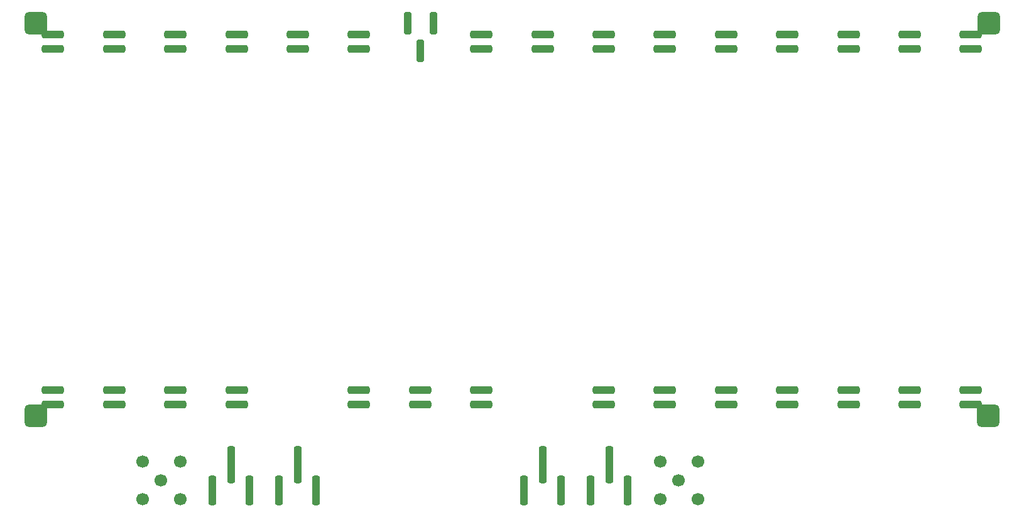
<source format=gbr>
%TF.GenerationSoftware,KiCad,Pcbnew,9.0.4*%
%TF.CreationDate,2025-11-24T10:01:02-06:00*%
%TF.ProjectId,birdcage_rat_head,62697264-6361-4676-955f-7261745f6865,rev?*%
%TF.SameCoordinates,Original*%
%TF.FileFunction,Paste,Top*%
%TF.FilePolarity,Positive*%
%FSLAX46Y46*%
G04 Gerber Fmt 4.6, Leading zero omitted, Abs format (unit mm)*
G04 Created by KiCad (PCBNEW 9.0.4) date 2025-11-24 10:01:02*
%MOMM*%
%LPD*%
G01*
G04 APERTURE LIST*
G04 Aperture macros list*
%AMRoundRect*
0 Rectangle with rounded corners*
0 $1 Rounding radius*
0 $2 $3 $4 $5 $6 $7 $8 $9 X,Y pos of 4 corners*
0 Add a 4 corners polygon primitive as box body*
4,1,4,$2,$3,$4,$5,$6,$7,$8,$9,$2,$3,0*
0 Add four circle primitives for the rounded corners*
1,1,$1+$1,$2,$3*
1,1,$1+$1,$4,$5*
1,1,$1+$1,$6,$7*
1,1,$1+$1,$8,$9*
0 Add four rect primitives between the rounded corners*
20,1,$1+$1,$2,$3,$4,$5,0*
20,1,$1+$1,$4,$5,$6,$7,0*
20,1,$1+$1,$6,$7,$8,$9,0*
20,1,$1+$1,$8,$9,$2,$3,0*%
G04 Aperture macros list end*
%ADD10RoundRect,0.500000X-1.000000X-1.000000X1.000000X-1.000000X1.000000X1.000000X-1.000000X1.000000X0*%
%ADD11RoundRect,0.250000X-0.250000X1.750000X-0.250000X-1.750000X0.250000X-1.750000X0.250000X1.750000X0*%
%ADD12RoundRect,0.250000X-0.250000X2.250000X-0.250000X-2.250000X0.250000X-2.250000X0.250000X2.250000X0*%
%ADD13C,1.700000*%
%ADD14RoundRect,0.250000X1.250000X-0.250000X1.250000X0.250000X-1.250000X0.250000X-1.250000X-0.250000X0*%
%ADD15RoundRect,0.250000X0.250000X-1.250000X0.250000X1.250000X-0.250000X1.250000X-0.250000X-1.250000X0*%
G04 APERTURE END LIST*
D10*
%TO.C,REF\u002A\u002A*%
X64240000Y-38320000D03*
%TD*%
D11*
%TO.C,C_Tune_1*%
X102070042Y-101390000D03*
X97050042Y-101390000D03*
D12*
X99570042Y-97890000D03*
%TD*%
D13*
%TO.C,J1*%
X81150042Y-100060000D03*
X83740042Y-97520000D03*
X78660042Y-97520000D03*
X83740042Y-102600000D03*
X78660042Y-102600000D03*
%TD*%
D14*
%TO.C,C24*%
X149060127Y-89820000D03*
X149060127Y-87820000D03*
%TD*%
D10*
%TO.C,REF\u002A\u002A*%
X64230000Y-91320000D03*
%TD*%
D14*
%TO.C,C14*%
X182046849Y-41820000D03*
X182046849Y-39820000D03*
%TD*%
%TO.C,C16*%
X66593319Y-89820000D03*
X66593319Y-87820000D03*
%TD*%
D11*
%TO.C,C_Match_1*%
X93084842Y-101390000D03*
X88064842Y-101390000D03*
D12*
X90584842Y-97890000D03*
%TD*%
D14*
%TO.C,C21*%
X116073404Y-89820000D03*
X116073404Y-87820000D03*
%TD*%
%TO.C,C1*%
X66593319Y-41820000D03*
X66593319Y-39820000D03*
%TD*%
%TO.C,C10*%
X149060127Y-41820000D03*
X149060127Y-39820000D03*
%TD*%
%TO.C,C18*%
X83086681Y-89820000D03*
X83086681Y-87820000D03*
%TD*%
D10*
%TO.C,REF\u002A\u002A*%
X192660000Y-91320000D03*
%TD*%
D14*
%TO.C,C17*%
X74840000Y-89820000D03*
X74840000Y-87820000D03*
%TD*%
%TO.C,C27*%
X173800169Y-89820000D03*
X173800169Y-87820000D03*
%TD*%
%TO.C,C4*%
X91333362Y-41820000D03*
X91333362Y-39820000D03*
%TD*%
D11*
%TO.C,C_Tune_2*%
X135056765Y-101390000D03*
X130036765Y-101390000D03*
D12*
X132556765Y-97890000D03*
%TD*%
D14*
%TO.C,C29*%
X190293530Y-89820000D03*
X190293530Y-87820000D03*
%TD*%
%TO.C,C5*%
X99580042Y-41820000D03*
X99580042Y-39820000D03*
%TD*%
D13*
%TO.C,J2*%
X150901965Y-100060000D03*
X153491965Y-97520000D03*
X148411965Y-97520000D03*
X153491965Y-102600000D03*
X148411965Y-102600000D03*
%TD*%
D14*
%TO.C,C8*%
X132566765Y-41820000D03*
X132566765Y-39820000D03*
%TD*%
%TO.C,C22*%
X124320084Y-89820000D03*
X124320084Y-87820000D03*
%TD*%
%TO.C,C9*%
X140813446Y-41820000D03*
X140813446Y-39820000D03*
%TD*%
%TO.C,C3*%
X83086681Y-41820000D03*
X83086681Y-39820000D03*
%TD*%
%TO.C,C25*%
X157306807Y-89820000D03*
X157306807Y-87820000D03*
%TD*%
%TO.C,C19*%
X91333362Y-89820000D03*
X91333362Y-87820000D03*
%TD*%
D15*
%TO.C,C_D1*%
X114370000Y-38310000D03*
X117870000Y-38310000D03*
X116070000Y-42010000D03*
%TD*%
D10*
%TO.C,REF\u002A\u002A*%
X192670000Y-38320000D03*
%TD*%
D14*
%TO.C,C13*%
X173800169Y-41820000D03*
X173800169Y-39820000D03*
%TD*%
%TO.C,C12*%
X165553488Y-41820000D03*
X165553488Y-39820000D03*
%TD*%
%TO.C,C15*%
X190293530Y-41820000D03*
X190293530Y-39820000D03*
%TD*%
%TO.C,C26*%
X165553488Y-89820000D03*
X165553488Y-87820000D03*
%TD*%
%TO.C,C28*%
X182046849Y-89820000D03*
X182046849Y-87820000D03*
%TD*%
%TO.C,C7*%
X124320084Y-41820000D03*
X124320084Y-39820000D03*
%TD*%
%TO.C,C23*%
X140813446Y-89820000D03*
X140813446Y-87820000D03*
%TD*%
%TO.C,C11*%
X157306807Y-41820000D03*
X157306807Y-39820000D03*
%TD*%
%TO.C,C20*%
X107826723Y-89820000D03*
X107826723Y-87820000D03*
%TD*%
%TO.C,C2*%
X74840000Y-41820000D03*
X74840000Y-39820000D03*
%TD*%
D11*
%TO.C,C_Match_2*%
X144041965Y-101390000D03*
X139021965Y-101390000D03*
D12*
X141541965Y-97890000D03*
%TD*%
D14*
%TO.C,C6*%
X107826723Y-41820000D03*
X107826723Y-39820000D03*
%TD*%
M02*

</source>
